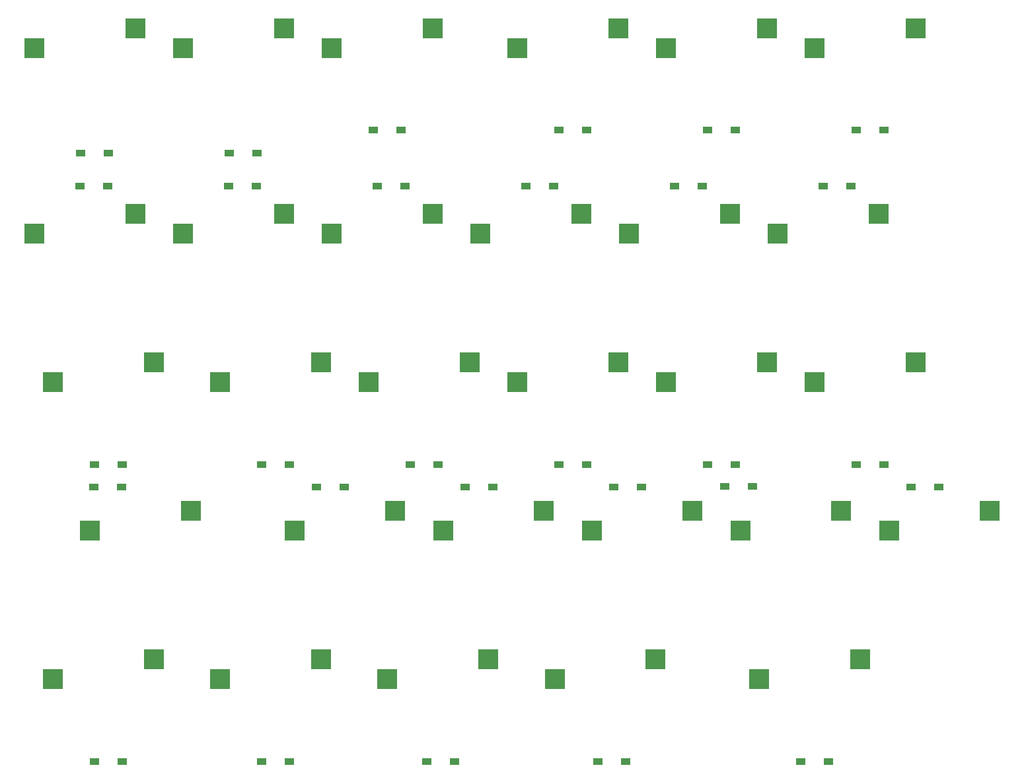
<source format=gbr>
G04 #@! TF.GenerationSoftware,KiCad,Pcbnew,7.0.8*
G04 #@! TF.CreationDate,2023-10-21T06:46:12+09:00*
G04 #@! TF.ProjectId,ckb9,636b6239-2e6b-4696-9361-645f70636258,rev?*
G04 #@! TF.SameCoordinates,Original*
G04 #@! TF.FileFunction,Paste,Bot*
G04 #@! TF.FilePolarity,Positive*
%FSLAX46Y46*%
G04 Gerber Fmt 4.6, Leading zero omitted, Abs format (unit mm)*
G04 Created by KiCad (PCBNEW 7.0.8) date 2023-10-21 06:46:12*
%MOMM*%
%LPD*%
G01*
G04 APERTURE LIST*
%ADD10R,1.300000X0.950000*%
%ADD11R,2.550000X2.500000*%
G04 APERTURE END LIST*
D10*
X423565000Y55760000D03*
X427115000Y55760000D03*
X499705000Y51567500D03*
X503255000Y51567500D03*
X480655000Y51567500D03*
X484205000Y51567500D03*
X461045000Y58720000D03*
X464595000Y58720000D03*
X522957500Y58720000D03*
X526507500Y58720000D03*
X442615000Y55760000D03*
X446165000Y55760000D03*
X503907500Y58720000D03*
X507457500Y58720000D03*
X518755000Y51567500D03*
X522305000Y51567500D03*
X515814000Y-22242500D03*
X519364000Y-22242500D03*
D11*
X417635000Y69260000D03*
X430562000Y71800000D03*
X436685000Y69260000D03*
X449612000Y71800000D03*
X455735000Y69260000D03*
X468662000Y71800000D03*
X479547500Y69260000D03*
X492474500Y71800000D03*
X498597500Y69260000D03*
X511524500Y71800000D03*
X517647500Y69260000D03*
X530574500Y71800000D03*
X417635000Y45447500D03*
X430562000Y47987500D03*
X436685000Y45447500D03*
X449612000Y47987500D03*
X455735000Y45447500D03*
X468662000Y47987500D03*
X474785000Y45447500D03*
X487712000Y47987500D03*
D10*
X465807500Y15857500D03*
X469357500Y15857500D03*
X484857500Y15857500D03*
X488407500Y15857500D03*
X503907500Y15857500D03*
X507457500Y15857500D03*
X522957500Y15857500D03*
X526507500Y15857500D03*
X453792500Y12977500D03*
X457342500Y12977500D03*
X472842500Y12977500D03*
X476392500Y12977500D03*
X491892500Y12977500D03*
X495442500Y12977500D03*
X506125000Y13050000D03*
X509675000Y13050000D03*
X529992500Y12977500D03*
X533542500Y12977500D03*
X446757500Y-22242500D03*
X450307500Y-22242500D03*
X425326000Y15857500D03*
X428876000Y15857500D03*
X425326000Y-22242500D03*
X428876000Y-22242500D03*
X425285000Y12980000D03*
X428835000Y12980000D03*
X461605000Y51567500D03*
X465155000Y51567500D03*
X446757500Y15857500D03*
X450307500Y15857500D03*
X423505000Y51567500D03*
X427055000Y51567500D03*
X442555000Y51567500D03*
X446105000Y51567500D03*
X484857500Y58720000D03*
X488407500Y58720000D03*
D11*
X493835000Y45447500D03*
X506762000Y47987500D03*
X512885000Y45447500D03*
X525812000Y47987500D03*
X441447500Y26397500D03*
X454374500Y28937500D03*
X460497500Y26397500D03*
X473424500Y28937500D03*
X479547500Y26397500D03*
X492474500Y28937500D03*
X498597500Y26397500D03*
X511524500Y28937500D03*
X517647500Y26397500D03*
X530574500Y28937500D03*
X450972500Y7347500D03*
X463899500Y9887500D03*
X470022500Y7347500D03*
X482949500Y9887500D03*
X489072500Y7347500D03*
X501999500Y9887500D03*
X508122500Y7347500D03*
X521049500Y9887500D03*
X527172500Y7347500D03*
X540099500Y9887500D03*
X441447500Y-11702500D03*
X454374500Y-9162500D03*
X420016000Y26397500D03*
X432943000Y28937500D03*
X420016000Y-11702500D03*
X432943000Y-9162500D03*
X424779000Y7347500D03*
X437706000Y9887500D03*
X510504000Y-11702500D03*
X523431000Y-9162500D03*
D10*
X489835000Y-22290000D03*
X493385000Y-22290000D03*
X467925000Y-22290000D03*
X471475000Y-22290000D03*
D11*
X462865000Y-11680000D03*
X475792000Y-9140000D03*
X484325000Y-11710000D03*
X497252000Y-9170000D03*
M02*

</source>
